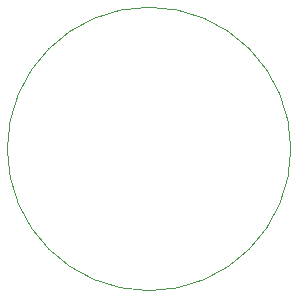
<source format=gbr>
%TF.GenerationSoftware,KiCad,Pcbnew,(5.1.6)-1*%
%TF.CreationDate,2020-11-30T19:53:59+01:00*%
%TF.ProjectId,PX12_Board,50583132-5f42-46f6-9172-642e6b696361,V1.0*%
%TF.SameCoordinates,Original*%
%TF.FileFunction,Profile,NP*%
%FSLAX46Y46*%
G04 Gerber Fmt 4.6, Leading zero omitted, Abs format (unit mm)*
G04 Created by KiCad (PCBNEW (5.1.6)-1) date 2020-11-30 19:53:59*
%MOMM*%
%LPD*%
G01*
G04 APERTURE LIST*
%TA.AperFunction,Profile*%
%ADD10C,0.038100*%
%TD*%
G04 APERTURE END LIST*
D10*
X187000000Y-100000000D02*
G75*
G03*
X187000000Y-100000000I-12000000J0D01*
G01*
M02*

</source>
